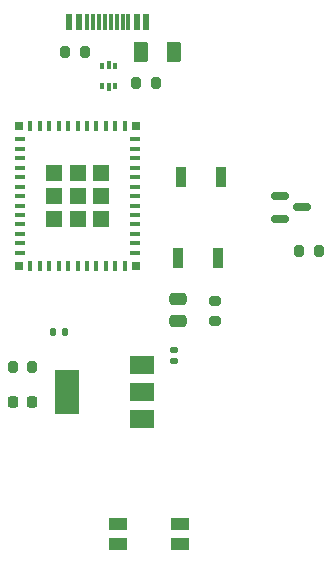
<source format=gbr>
%TF.GenerationSoftware,KiCad,Pcbnew,7.0.10*%
%TF.CreationDate,2024-08-20T03:50:42-07:00*%
%TF.ProjectId,kicad,6b696361-642e-46b6-9963-61645f706362,rev?*%
%TF.SameCoordinates,Original*%
%TF.FileFunction,Paste,Top*%
%TF.FilePolarity,Positive*%
%FSLAX46Y46*%
G04 Gerber Fmt 4.6, Leading zero omitted, Abs format (unit mm)*
G04 Created by KiCad (PCBNEW 7.0.10) date 2024-08-20 03:50:42*
%MOMM*%
%LPD*%
G01*
G04 APERTURE LIST*
G04 Aperture macros list*
%AMRoundRect*
0 Rectangle with rounded corners*
0 $1 Rounding radius*
0 $2 $3 $4 $5 $6 $7 $8 $9 X,Y pos of 4 corners*
0 Add a 4 corners polygon primitive as box body*
4,1,4,$2,$3,$4,$5,$6,$7,$8,$9,$2,$3,0*
0 Add four circle primitives for the rounded corners*
1,1,$1+$1,$2,$3*
1,1,$1+$1,$4,$5*
1,1,$1+$1,$6,$7*
1,1,$1+$1,$8,$9*
0 Add four rect primitives between the rounded corners*
20,1,$1+$1,$2,$3,$4,$5,0*
20,1,$1+$1,$4,$5,$6,$7,0*
20,1,$1+$1,$6,$7,$8,$9,0*
20,1,$1+$1,$8,$9,$2,$3,0*%
G04 Aperture macros list end*
%ADD10RoundRect,0.140000X-0.170000X0.140000X-0.170000X-0.140000X0.170000X-0.140000X0.170000X0.140000X0*%
%ADD11RoundRect,0.200000X-0.200000X-0.275000X0.200000X-0.275000X0.200000X0.275000X-0.200000X0.275000X0*%
%ADD12RoundRect,0.200000X0.200000X0.275000X-0.200000X0.275000X-0.200000X-0.275000X0.200000X-0.275000X0*%
%ADD13RoundRect,0.250000X0.475000X-0.250000X0.475000X0.250000X-0.475000X0.250000X-0.475000X-0.250000X0*%
%ADD14R,1.447800X1.447800*%
%ADD15R,0.711200X0.711200*%
%ADD16R,0.812800X0.406400*%
%ADD17R,0.406400X0.812800*%
%ADD18R,0.900000X1.700000*%
%ADD19R,2.000000X1.500000*%
%ADD20R,2.000000X3.800000*%
%ADD21RoundRect,0.140000X-0.140000X-0.170000X0.140000X-0.170000X0.140000X0.170000X-0.140000X0.170000X0*%
%ADD22RoundRect,0.250000X-0.375000X-0.625000X0.375000X-0.625000X0.375000X0.625000X-0.375000X0.625000X0*%
%ADD23R,0.375000X0.500000*%
%ADD24R,0.300000X0.650000*%
%ADD25RoundRect,0.218750X-0.218750X-0.256250X0.218750X-0.256250X0.218750X0.256250X-0.218750X0.256250X0*%
%ADD26R,1.550000X1.000000*%
%ADD27RoundRect,0.200000X-0.275000X0.200000X-0.275000X-0.200000X0.275000X-0.200000X0.275000X0.200000X0*%
%ADD28R,0.600000X1.450000*%
%ADD29R,0.300000X1.450000*%
%ADD30RoundRect,0.150000X-0.587500X-0.150000X0.587500X-0.150000X0.587500X0.150000X-0.587500X0.150000X0*%
G04 APERTURE END LIST*
D10*
%TO.C,C6*%
X158530000Y-106370000D03*
X158530000Y-107330000D03*
%TD*%
D11*
%TO.C,R5*%
X144845000Y-107830000D03*
X146495000Y-107830000D03*
%TD*%
D12*
%TO.C,R4*%
X169115000Y-97970000D03*
X170765000Y-97970000D03*
%TD*%
D13*
%TO.C,C1*%
X158870000Y-103960000D03*
X158870000Y-102060000D03*
%TD*%
D14*
%TO.C,U3*%
X148365000Y-93349999D03*
X148365000Y-95324999D03*
X150340000Y-95324999D03*
X152315000Y-95324999D03*
X152315000Y-93349999D03*
X152315000Y-91374999D03*
X150340000Y-91374999D03*
X148365000Y-91374999D03*
D15*
X145390000Y-99299999D03*
X155290000Y-99299999D03*
X155290000Y-87399999D03*
X145390000Y-87399999D03*
D14*
X150340000Y-93349999D03*
D16*
X145440000Y-98149997D03*
X145440000Y-97349999D03*
X145440000Y-96549998D03*
X145440000Y-95749999D03*
X145440000Y-94949998D03*
X145440000Y-94150000D03*
X145440000Y-93349999D03*
X145440000Y-92549998D03*
X145440000Y-91750000D03*
X145440000Y-90949999D03*
X145440000Y-90150000D03*
X145440000Y-89349999D03*
X145440000Y-88549998D03*
D17*
X146340000Y-87450001D03*
X147140001Y-87450001D03*
X147940000Y-87450001D03*
X148740001Y-87450001D03*
X149539999Y-87450001D03*
X150340000Y-87450001D03*
X151140001Y-87450001D03*
X151939999Y-87450001D03*
X152740000Y-87450001D03*
X153539999Y-87450001D03*
X154340000Y-87450001D03*
D16*
X155240000Y-88550001D03*
X155240000Y-89349999D03*
X155240000Y-90150000D03*
X155240000Y-90949999D03*
X155240000Y-91750000D03*
X155240000Y-92549998D03*
X155240000Y-93349999D03*
X155240000Y-94150000D03*
X155240000Y-94949998D03*
X155240000Y-95749999D03*
X155240000Y-96549998D03*
X155240000Y-97349999D03*
X155240000Y-98150000D03*
D17*
X154340000Y-99249997D03*
X153539999Y-99249997D03*
X152740000Y-99249997D03*
X151939999Y-99249997D03*
X151140001Y-99249997D03*
X150340000Y-99249997D03*
X149539999Y-99249997D03*
X148740001Y-99249997D03*
X147940000Y-99249997D03*
X147140001Y-99249997D03*
X146340000Y-99249997D03*
%TD*%
D18*
%TO.C,SW2*%
X162460000Y-91740000D03*
X159060000Y-91740000D03*
%TD*%
D12*
%TO.C,R2*%
X150965000Y-81180000D03*
X149315000Y-81180000D03*
%TD*%
D19*
%TO.C,U5*%
X155770000Y-112240000D03*
X155770000Y-109940000D03*
D20*
X149470000Y-109940000D03*
D19*
X155770000Y-107640000D03*
%TD*%
D21*
%TO.C,C7*%
X148300000Y-104840000D03*
X149260000Y-104840000D03*
%TD*%
D22*
%TO.C,F1*%
X155700000Y-81150000D03*
X158500000Y-81150000D03*
%TD*%
D18*
%TO.C,SW1*%
X158870000Y-98620000D03*
X162270000Y-98620000D03*
%TD*%
D23*
%TO.C,U1*%
X153507500Y-82340000D03*
D24*
X152970000Y-82265000D03*
D23*
X152432500Y-82340000D03*
X152432500Y-84040000D03*
D24*
X152970000Y-84115000D03*
D23*
X153507500Y-84040000D03*
%TD*%
D11*
%TO.C,R1*%
X155315000Y-83810000D03*
X156965000Y-83810000D03*
%TD*%
D25*
%TO.C,D1*%
X144882500Y-110750000D03*
X146457500Y-110750000D03*
%TD*%
D26*
%TO.C,SW3*%
X158975000Y-122775000D03*
X153725000Y-122775000D03*
X158975000Y-121075000D03*
X153725000Y-121075000D03*
%TD*%
D27*
%TO.C,R3*%
X162020000Y-103915000D03*
X162020000Y-102265000D03*
%TD*%
D28*
%TO.C,J6*%
X156150000Y-78625000D03*
X155350000Y-78625000D03*
D29*
X154150000Y-78625000D03*
X153150000Y-78625000D03*
X152650000Y-78625000D03*
X151650000Y-78625000D03*
D28*
X150450000Y-78625000D03*
X149650000Y-78625000D03*
X149650000Y-78625000D03*
X150450000Y-78625000D03*
D29*
X151150000Y-78625000D03*
X152150000Y-78625000D03*
X153650000Y-78625000D03*
X154650000Y-78625000D03*
D28*
X155350000Y-78625000D03*
X156150000Y-78625000D03*
%TD*%
D30*
%TO.C,Q1*%
X167442500Y-93360000D03*
X167442500Y-95260000D03*
X169317500Y-94310000D03*
%TD*%
M02*

</source>
